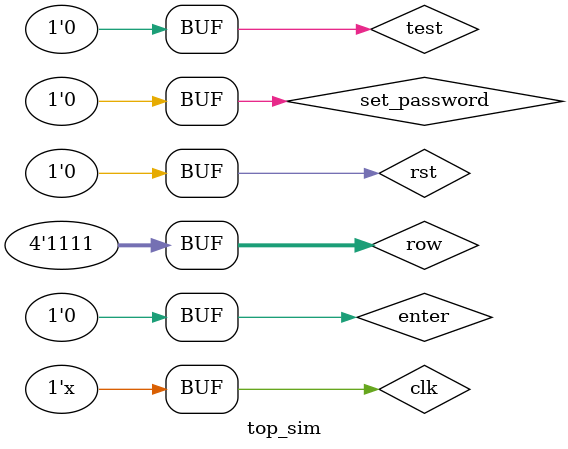
<source format=v>
`timescale 1ns/1ps         

module top_sim();    
    reg clk;
    reg rst;
    reg set_password;
    reg enter;
    reg test;
    reg  [3:0] row;
    wire [3:0] col;
    wire [7:0] led_en;
    wire led_ca;
    wire led_cb;
    wire led_cc;
    wire led_cd;
    wire led_ce;
    wire led_cf;
    wire led_cg;
    wire led_dp;
    wire gled0;
    wire gled1;
    wire rled0;
    wire rled1;
    wire rled2;

    initial 
    begin
        clk = 1'b0;rst = 1'b1;row = 4'b1111;set_password = 1'b0;enter = 1'b0;test = 1'b0;
        #5 rst = 1'b0;
        #10 set_password = 1'b1;
        #10 set_password = 1'b0;
        #470 row = 4'b0111;
        #150 row = 4'b1111; 
        #330 row = 4'b0111;
        #150 row = 4'b1111;
        #330 row = 4'b0111;
        #150 row = 4'b1111;
        #30 enter = 1'b1;
        #10 enter = 1'b0;
        #100 test = 1'b1;
        #20 test = 1'b0;
        #50 row = 4'b0111;
        #120 row = 4'b1111;
        #330 row = 4'b0111;
        #150 row = 4'b1111;
        #330 row = 4'b0111;
        #150 row = 4'b1111;
        #30 enter = 1'b1;
        #10 enter = 1'b0;
        #300 set_password = 1'b1;
        #10 set_password = 1'b0;
        #450 row = 4'b0111;
        #150 row = 4'b1111;
        #1130 row = 4'b0111;
        #150 row = 4'b1111;
        #1130 row = 4'b0111;
        #150 row = 4'b1111;
        #30 enter = 1'b1;
        #10 enter = 1'b0;
        #100 test = 1'b1;
        #20 test = 1'b0;
        #970 row = 4'b0111;
        #150 row = 4'b1111;
        #330 row = 4'b0111;
        #150 row = 4'b1111;
        #330 row = 4'b0111;
        #150 row = 4'b1111;
        #30 enter = 1'b1;
        #10 enter = 1'b0;
        #200 test = 1'b1;
        #20 test = 1'b0;
        #550 row = 4'b0111;
        #150 row = 4'b1111;
        #330 row = 4'b0111;
        #150 row = 4'b1111;
        #650 row = 4'b0111;
        #150 row = 4'b1111;
        #30 enter = 1'b1;
        #10 enter = 1'b0;
        #200 test = 1'b1;
        #20 test = 1'b0;
        #20 row = 4'b0111;
        #40 row = 4'b1111;
        #650 row = 4'b0111;
        #150 row = 4'b1111;
        #650 row = 4'b0111;
        #150 row = 4'b1111;
        #30 enter = 1'b1;
        #10 enter = 1'b0;
    end
    always #5 clk = ~clk;
    
    top u_top(
        .clk(clk),
        .rst(rst),
        .set_password(set_password),
        .enter(enter),
        .test(test),
        .row(row),
        .col(col),
        .led_en(led_en),
        .led_ca(led_ca),
        .led_cb(led_cb),
        .led_cc(led_cc),
        .led_cd(led_cd),
        .led_ce(led_ce),
        .led_cf(led_cf),
        .led_cg(led_cg),
        .led_dp(led_dp),
        .gled0(gled0),
        .gled1(gled1),
        .rled0(rled0),
        .rled1(rled1),
        .rled2(rled2)
    );
endmodule


</source>
